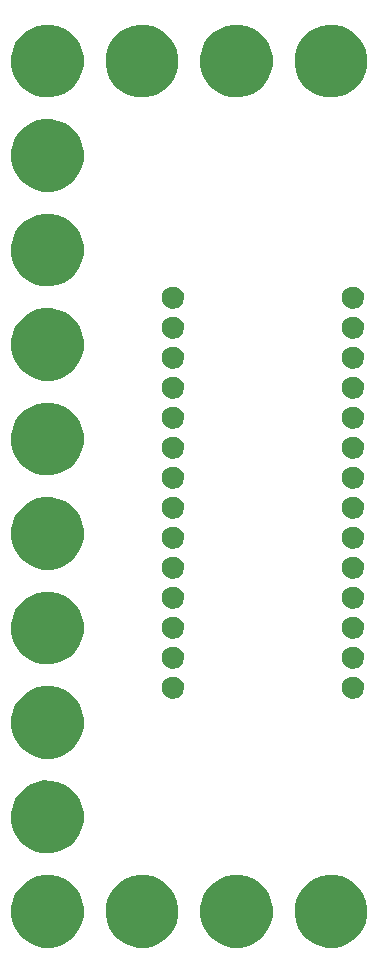
<source format=gbs>
%TF.GenerationSoftware,KiCad,Pcbnew,4.0.5-e0-6337~49~ubuntu16.04.1*%
%TF.CreationDate,2017-01-20T22:37:02-08:00*%
%TF.ProjectId,4x10-Teensy-LC-Breakout,347831302D5465656E73792D4C432D42,1.0*%
%TF.FileFunction,Soldermask,Bot*%
%FSLAX46Y46*%
G04 Gerber Fmt 4.6, Leading zero omitted, Abs format (unit mm)*
G04 Created by KiCad (PCBNEW 4.0.5-e0-6337~49~ubuntu16.04.1) date Fri Jan 20 22:37:02 2017*
%MOMM*%
%LPD*%
G01*
G04 APERTURE LIST*
%ADD10C,0.350000*%
G04 APERTURE END LIST*
D10*
G36*
X154011430Y-139368127D02*
X154602375Y-139489431D01*
X155158518Y-139723212D01*
X155658654Y-140060558D01*
X156083741Y-140488623D01*
X156417586Y-140991101D01*
X156647476Y-141548856D01*
X156764584Y-142140294D01*
X156764584Y-142140304D01*
X156764651Y-142140643D01*
X156755030Y-142829696D01*
X156754953Y-142830034D01*
X156754953Y-142830042D01*
X156621377Y-143417981D01*
X156376005Y-143969096D01*
X156028257Y-144462058D01*
X155591382Y-144878089D01*
X155082020Y-145201341D01*
X154519574Y-145419499D01*
X153925467Y-145524256D01*
X153322323Y-145511622D01*
X152733120Y-145382077D01*
X152180302Y-145140557D01*
X151684927Y-144796262D01*
X151265857Y-144362303D01*
X150939058Y-143855210D01*
X150716976Y-143294294D01*
X150608075Y-142700938D01*
X150616497Y-142097721D01*
X150741926Y-141507627D01*
X150979579Y-140953138D01*
X151320411Y-140455368D01*
X151751432Y-140033280D01*
X152256233Y-139702948D01*
X152815579Y-139476957D01*
X153408165Y-139363916D01*
X154011430Y-139368127D01*
X154011430Y-139368127D01*
G37*
G36*
X146011430Y-139368127D02*
X146602375Y-139489431D01*
X147158518Y-139723212D01*
X147658654Y-140060558D01*
X148083741Y-140488623D01*
X148417586Y-140991101D01*
X148647476Y-141548856D01*
X148764584Y-142140294D01*
X148764584Y-142140304D01*
X148764651Y-142140643D01*
X148755030Y-142829696D01*
X148754953Y-142830034D01*
X148754953Y-142830042D01*
X148621377Y-143417981D01*
X148376005Y-143969096D01*
X148028257Y-144462058D01*
X147591382Y-144878089D01*
X147082020Y-145201341D01*
X146519574Y-145419499D01*
X145925467Y-145524256D01*
X145322323Y-145511622D01*
X144733120Y-145382077D01*
X144180302Y-145140557D01*
X143684927Y-144796262D01*
X143265857Y-144362303D01*
X142939058Y-143855210D01*
X142716976Y-143294294D01*
X142608075Y-142700938D01*
X142616497Y-142097721D01*
X142741926Y-141507627D01*
X142979579Y-140953138D01*
X143320411Y-140455368D01*
X143751432Y-140033280D01*
X144256233Y-139702948D01*
X144815579Y-139476957D01*
X145408165Y-139363916D01*
X146011430Y-139368127D01*
X146011430Y-139368127D01*
G37*
G36*
X138012430Y-139368127D02*
X138603375Y-139489431D01*
X139159518Y-139723212D01*
X139659654Y-140060558D01*
X140084741Y-140488623D01*
X140418586Y-140991101D01*
X140648476Y-141548856D01*
X140765584Y-142140294D01*
X140765584Y-142140304D01*
X140765651Y-142140643D01*
X140756030Y-142829696D01*
X140755953Y-142830034D01*
X140755953Y-142830042D01*
X140622377Y-143417981D01*
X140377005Y-143969096D01*
X140029257Y-144462058D01*
X139592382Y-144878089D01*
X139083020Y-145201341D01*
X138520574Y-145419499D01*
X137926467Y-145524256D01*
X137323323Y-145511622D01*
X136734120Y-145382077D01*
X136181302Y-145140557D01*
X135685927Y-144796262D01*
X135266857Y-144362303D01*
X134940058Y-143855210D01*
X134717976Y-143294294D01*
X134609075Y-142700938D01*
X134617497Y-142097721D01*
X134742926Y-141507627D01*
X134980579Y-140953138D01*
X135321411Y-140455368D01*
X135752432Y-140033280D01*
X136257233Y-139702948D01*
X136816579Y-139476957D01*
X137409165Y-139363916D01*
X138012430Y-139368127D01*
X138012430Y-139368127D01*
G37*
G36*
X162011430Y-139368127D02*
X162602375Y-139489431D01*
X163158518Y-139723212D01*
X163658654Y-140060558D01*
X164083741Y-140488623D01*
X164417586Y-140991101D01*
X164647476Y-141548856D01*
X164764584Y-142140294D01*
X164764584Y-142140304D01*
X164764651Y-142140643D01*
X164755030Y-142829696D01*
X164754953Y-142830034D01*
X164754953Y-142830042D01*
X164621377Y-143417981D01*
X164376005Y-143969096D01*
X164028257Y-144462058D01*
X163591382Y-144878089D01*
X163082020Y-145201341D01*
X162519574Y-145419499D01*
X161925467Y-145524256D01*
X161322323Y-145511622D01*
X160733120Y-145382077D01*
X160180302Y-145140557D01*
X159684927Y-144796262D01*
X159265857Y-144362303D01*
X158939058Y-143855210D01*
X158716976Y-143294294D01*
X158608075Y-142700938D01*
X158616497Y-142097721D01*
X158741926Y-141507627D01*
X158979579Y-140953138D01*
X159320411Y-140455368D01*
X159751432Y-140033280D01*
X160256233Y-139702948D01*
X160815579Y-139476957D01*
X161408165Y-139363916D01*
X162011430Y-139368127D01*
X162011430Y-139368127D01*
G37*
G36*
X138012430Y-131368127D02*
X138603375Y-131489431D01*
X139159518Y-131723212D01*
X139659654Y-132060558D01*
X140084741Y-132488623D01*
X140418586Y-132991101D01*
X140648476Y-133548856D01*
X140765584Y-134140294D01*
X140765584Y-134140304D01*
X140765651Y-134140643D01*
X140756030Y-134829696D01*
X140755953Y-134830034D01*
X140755953Y-134830042D01*
X140622377Y-135417981D01*
X140377005Y-135969096D01*
X140029257Y-136462058D01*
X139592382Y-136878089D01*
X139083020Y-137201341D01*
X138520574Y-137419499D01*
X137926467Y-137524256D01*
X137323323Y-137511622D01*
X136734120Y-137382077D01*
X136181302Y-137140557D01*
X135685927Y-136796262D01*
X135266857Y-136362303D01*
X134940058Y-135855210D01*
X134717976Y-135294294D01*
X134609075Y-134700938D01*
X134617497Y-134097721D01*
X134742926Y-133507627D01*
X134980579Y-132953138D01*
X135321411Y-132455368D01*
X135752432Y-132033280D01*
X136257233Y-131702948D01*
X136816579Y-131476957D01*
X137409165Y-131363916D01*
X138012430Y-131368127D01*
X138012430Y-131368127D01*
G37*
G36*
X138012430Y-123368127D02*
X138603375Y-123489431D01*
X139159518Y-123723212D01*
X139659654Y-124060558D01*
X140084741Y-124488623D01*
X140418586Y-124991101D01*
X140648476Y-125548856D01*
X140765584Y-126140294D01*
X140765584Y-126140304D01*
X140765651Y-126140643D01*
X140756030Y-126829696D01*
X140755953Y-126830034D01*
X140755953Y-126830042D01*
X140622377Y-127417981D01*
X140377005Y-127969096D01*
X140029257Y-128462058D01*
X139592382Y-128878089D01*
X139083020Y-129201341D01*
X138520574Y-129419499D01*
X137926467Y-129524256D01*
X137323323Y-129511622D01*
X136734120Y-129382077D01*
X136181302Y-129140557D01*
X135685927Y-128796262D01*
X135266857Y-128362303D01*
X134940058Y-127855210D01*
X134717976Y-127294294D01*
X134609075Y-126700938D01*
X134617497Y-126097721D01*
X134742926Y-125507627D01*
X134980579Y-124953138D01*
X135321411Y-124455368D01*
X135752432Y-124033280D01*
X136257233Y-123702948D01*
X136816579Y-123476957D01*
X137409165Y-123363916D01*
X138012430Y-123368127D01*
X138012430Y-123368127D01*
G37*
G36*
X148407035Y-122564104D02*
X148587568Y-122601163D01*
X148757478Y-122672586D01*
X148910269Y-122775646D01*
X149040141Y-122906426D01*
X149142130Y-123059933D01*
X149212363Y-123230331D01*
X149248092Y-123410779D01*
X149248092Y-123410784D01*
X149248160Y-123411128D01*
X149245221Y-123621638D01*
X149245144Y-123621976D01*
X149245144Y-123621986D01*
X149204390Y-123801366D01*
X149129428Y-123969732D01*
X149023188Y-124120336D01*
X148889719Y-124247437D01*
X148734104Y-124346194D01*
X148562274Y-124412842D01*
X148380772Y-124444846D01*
X148196506Y-124440986D01*
X148016499Y-124401409D01*
X147847608Y-124327623D01*
X147696270Y-124222440D01*
X147568241Y-124089862D01*
X147468401Y-123934941D01*
X147400552Y-123763573D01*
X147367283Y-123582303D01*
X147369855Y-123398016D01*
X147408176Y-123217736D01*
X147480779Y-123048337D01*
X147584907Y-122896264D01*
X147716586Y-122767313D01*
X147870807Y-122666394D01*
X148041692Y-122597352D01*
X148222729Y-122562818D01*
X148407035Y-122564104D01*
X148407035Y-122564104D01*
G37*
G36*
X163647035Y-122564104D02*
X163827568Y-122601163D01*
X163997478Y-122672586D01*
X164150269Y-122775646D01*
X164280141Y-122906426D01*
X164382130Y-123059933D01*
X164452363Y-123230331D01*
X164488092Y-123410779D01*
X164488092Y-123410784D01*
X164488160Y-123411128D01*
X164485221Y-123621638D01*
X164485144Y-123621976D01*
X164485144Y-123621986D01*
X164444390Y-123801366D01*
X164369428Y-123969732D01*
X164263188Y-124120336D01*
X164129719Y-124247437D01*
X163974104Y-124346194D01*
X163802274Y-124412842D01*
X163620772Y-124444846D01*
X163436506Y-124440986D01*
X163256499Y-124401409D01*
X163087608Y-124327623D01*
X162936270Y-124222440D01*
X162808241Y-124089862D01*
X162708401Y-123934941D01*
X162640552Y-123763573D01*
X162607283Y-123582303D01*
X162609855Y-123398016D01*
X162648176Y-123217736D01*
X162720779Y-123048337D01*
X162824907Y-122896264D01*
X162956586Y-122767313D01*
X163110807Y-122666394D01*
X163281692Y-122597352D01*
X163462729Y-122562818D01*
X163647035Y-122564104D01*
X163647035Y-122564104D01*
G37*
G36*
X148407035Y-120024104D02*
X148587568Y-120061163D01*
X148757478Y-120132586D01*
X148910269Y-120235646D01*
X149040141Y-120366426D01*
X149142130Y-120519933D01*
X149212363Y-120690331D01*
X149248092Y-120870779D01*
X149248092Y-120870784D01*
X149248160Y-120871128D01*
X149245221Y-121081638D01*
X149245144Y-121081976D01*
X149245144Y-121081986D01*
X149204390Y-121261366D01*
X149129428Y-121429732D01*
X149023188Y-121580336D01*
X148889719Y-121707437D01*
X148734104Y-121806194D01*
X148562274Y-121872842D01*
X148380772Y-121904846D01*
X148196506Y-121900986D01*
X148016499Y-121861409D01*
X147847608Y-121787623D01*
X147696270Y-121682440D01*
X147568241Y-121549862D01*
X147468401Y-121394941D01*
X147400552Y-121223573D01*
X147367283Y-121042303D01*
X147369855Y-120858016D01*
X147408176Y-120677736D01*
X147480779Y-120508337D01*
X147584907Y-120356264D01*
X147716586Y-120227313D01*
X147870807Y-120126394D01*
X148041692Y-120057352D01*
X148222729Y-120022818D01*
X148407035Y-120024104D01*
X148407035Y-120024104D01*
G37*
G36*
X163647035Y-120024104D02*
X163827568Y-120061163D01*
X163997478Y-120132586D01*
X164150269Y-120235646D01*
X164280141Y-120366426D01*
X164382130Y-120519933D01*
X164452363Y-120690331D01*
X164488092Y-120870779D01*
X164488092Y-120870784D01*
X164488160Y-120871128D01*
X164485221Y-121081638D01*
X164485144Y-121081976D01*
X164485144Y-121081986D01*
X164444390Y-121261366D01*
X164369428Y-121429732D01*
X164263188Y-121580336D01*
X164129719Y-121707437D01*
X163974104Y-121806194D01*
X163802274Y-121872842D01*
X163620772Y-121904846D01*
X163436506Y-121900986D01*
X163256499Y-121861409D01*
X163087608Y-121787623D01*
X162936270Y-121682440D01*
X162808241Y-121549862D01*
X162708401Y-121394941D01*
X162640552Y-121223573D01*
X162607283Y-121042303D01*
X162609855Y-120858016D01*
X162648176Y-120677736D01*
X162720779Y-120508337D01*
X162824907Y-120356264D01*
X162956586Y-120227313D01*
X163110807Y-120126394D01*
X163281692Y-120057352D01*
X163462729Y-120022818D01*
X163647035Y-120024104D01*
X163647035Y-120024104D01*
G37*
G36*
X138012430Y-115368127D02*
X138603375Y-115489431D01*
X139159518Y-115723212D01*
X139659654Y-116060558D01*
X140084741Y-116488623D01*
X140418586Y-116991101D01*
X140648476Y-117548856D01*
X140765584Y-118140294D01*
X140765584Y-118140304D01*
X140765651Y-118140643D01*
X140756030Y-118829696D01*
X140755953Y-118830034D01*
X140755953Y-118830042D01*
X140622377Y-119417981D01*
X140377005Y-119969096D01*
X140029257Y-120462058D01*
X139592382Y-120878089D01*
X139083020Y-121201341D01*
X138520574Y-121419499D01*
X137926467Y-121524256D01*
X137323323Y-121511622D01*
X136734120Y-121382077D01*
X136181302Y-121140557D01*
X135685927Y-120796262D01*
X135266857Y-120362303D01*
X134940058Y-119855210D01*
X134717976Y-119294294D01*
X134609075Y-118700938D01*
X134617497Y-118097721D01*
X134742926Y-117507627D01*
X134980579Y-116953138D01*
X135321411Y-116455368D01*
X135752432Y-116033280D01*
X136257233Y-115702948D01*
X136816579Y-115476957D01*
X137409165Y-115363916D01*
X138012430Y-115368127D01*
X138012430Y-115368127D01*
G37*
G36*
X163647035Y-117484104D02*
X163827568Y-117521163D01*
X163997478Y-117592586D01*
X164150269Y-117695646D01*
X164280141Y-117826426D01*
X164382130Y-117979933D01*
X164452363Y-118150331D01*
X164488092Y-118330779D01*
X164488092Y-118330784D01*
X164488160Y-118331128D01*
X164485221Y-118541638D01*
X164485144Y-118541976D01*
X164485144Y-118541986D01*
X164444390Y-118721366D01*
X164369428Y-118889732D01*
X164263188Y-119040336D01*
X164129719Y-119167437D01*
X163974104Y-119266194D01*
X163802274Y-119332842D01*
X163620772Y-119364846D01*
X163436506Y-119360986D01*
X163256499Y-119321409D01*
X163087608Y-119247623D01*
X162936270Y-119142440D01*
X162808241Y-119009862D01*
X162708401Y-118854941D01*
X162640552Y-118683573D01*
X162607283Y-118502303D01*
X162609855Y-118318016D01*
X162648176Y-118137736D01*
X162720779Y-117968337D01*
X162824907Y-117816264D01*
X162956586Y-117687313D01*
X163110807Y-117586394D01*
X163281692Y-117517352D01*
X163462729Y-117482818D01*
X163647035Y-117484104D01*
X163647035Y-117484104D01*
G37*
G36*
X148407035Y-117484104D02*
X148587568Y-117521163D01*
X148757478Y-117592586D01*
X148910269Y-117695646D01*
X149040141Y-117826426D01*
X149142130Y-117979933D01*
X149212363Y-118150331D01*
X149248092Y-118330779D01*
X149248092Y-118330784D01*
X149248160Y-118331128D01*
X149245221Y-118541638D01*
X149245144Y-118541976D01*
X149245144Y-118541986D01*
X149204390Y-118721366D01*
X149129428Y-118889732D01*
X149023188Y-119040336D01*
X148889719Y-119167437D01*
X148734104Y-119266194D01*
X148562274Y-119332842D01*
X148380772Y-119364846D01*
X148196506Y-119360986D01*
X148016499Y-119321409D01*
X147847608Y-119247623D01*
X147696270Y-119142440D01*
X147568241Y-119009862D01*
X147468401Y-118854941D01*
X147400552Y-118683573D01*
X147367283Y-118502303D01*
X147369855Y-118318016D01*
X147408176Y-118137736D01*
X147480779Y-117968337D01*
X147584907Y-117816264D01*
X147716586Y-117687313D01*
X147870807Y-117586394D01*
X148041692Y-117517352D01*
X148222729Y-117482818D01*
X148407035Y-117484104D01*
X148407035Y-117484104D01*
G37*
G36*
X148407035Y-114944104D02*
X148587568Y-114981163D01*
X148757478Y-115052586D01*
X148910269Y-115155646D01*
X149040141Y-115286426D01*
X149142130Y-115439933D01*
X149212363Y-115610331D01*
X149248092Y-115790779D01*
X149248092Y-115790784D01*
X149248160Y-115791128D01*
X149245221Y-116001638D01*
X149245144Y-116001976D01*
X149245144Y-116001986D01*
X149204390Y-116181366D01*
X149129428Y-116349732D01*
X149023188Y-116500336D01*
X148889719Y-116627437D01*
X148734104Y-116726194D01*
X148562274Y-116792842D01*
X148380772Y-116824846D01*
X148196506Y-116820986D01*
X148016499Y-116781409D01*
X147847608Y-116707623D01*
X147696270Y-116602440D01*
X147568241Y-116469862D01*
X147468401Y-116314941D01*
X147400552Y-116143573D01*
X147367283Y-115962303D01*
X147369855Y-115778016D01*
X147408176Y-115597736D01*
X147480779Y-115428337D01*
X147584907Y-115276264D01*
X147716586Y-115147313D01*
X147870807Y-115046394D01*
X148041692Y-114977352D01*
X148222729Y-114942818D01*
X148407035Y-114944104D01*
X148407035Y-114944104D01*
G37*
G36*
X163647035Y-114944104D02*
X163827568Y-114981163D01*
X163997478Y-115052586D01*
X164150269Y-115155646D01*
X164280141Y-115286426D01*
X164382130Y-115439933D01*
X164452363Y-115610331D01*
X164488092Y-115790779D01*
X164488092Y-115790784D01*
X164488160Y-115791128D01*
X164485221Y-116001638D01*
X164485144Y-116001976D01*
X164485144Y-116001986D01*
X164444390Y-116181366D01*
X164369428Y-116349732D01*
X164263188Y-116500336D01*
X164129719Y-116627437D01*
X163974104Y-116726194D01*
X163802274Y-116792842D01*
X163620772Y-116824846D01*
X163436506Y-116820986D01*
X163256499Y-116781409D01*
X163087608Y-116707623D01*
X162936270Y-116602440D01*
X162808241Y-116469862D01*
X162708401Y-116314941D01*
X162640552Y-116143573D01*
X162607283Y-115962303D01*
X162609855Y-115778016D01*
X162648176Y-115597736D01*
X162720779Y-115428337D01*
X162824907Y-115276264D01*
X162956586Y-115147313D01*
X163110807Y-115046394D01*
X163281692Y-114977352D01*
X163462729Y-114942818D01*
X163647035Y-114944104D01*
X163647035Y-114944104D01*
G37*
G36*
X148407035Y-112404104D02*
X148587568Y-112441163D01*
X148757478Y-112512586D01*
X148910269Y-112615646D01*
X149040141Y-112746426D01*
X149142130Y-112899933D01*
X149212363Y-113070331D01*
X149248092Y-113250779D01*
X149248092Y-113250784D01*
X149248160Y-113251128D01*
X149245221Y-113461638D01*
X149245144Y-113461976D01*
X149245144Y-113461986D01*
X149204390Y-113641366D01*
X149129428Y-113809732D01*
X149023188Y-113960336D01*
X148889719Y-114087437D01*
X148734104Y-114186194D01*
X148562274Y-114252842D01*
X148380772Y-114284846D01*
X148196506Y-114280986D01*
X148016499Y-114241409D01*
X147847608Y-114167623D01*
X147696270Y-114062440D01*
X147568241Y-113929862D01*
X147468401Y-113774941D01*
X147400552Y-113603573D01*
X147367283Y-113422303D01*
X147369855Y-113238016D01*
X147408176Y-113057736D01*
X147480779Y-112888337D01*
X147584907Y-112736264D01*
X147716586Y-112607313D01*
X147870807Y-112506394D01*
X148041692Y-112437352D01*
X148222729Y-112402818D01*
X148407035Y-112404104D01*
X148407035Y-112404104D01*
G37*
G36*
X163647035Y-112404104D02*
X163827568Y-112441163D01*
X163997478Y-112512586D01*
X164150269Y-112615646D01*
X164280141Y-112746426D01*
X164382130Y-112899933D01*
X164452363Y-113070331D01*
X164488092Y-113250779D01*
X164488092Y-113250784D01*
X164488160Y-113251128D01*
X164485221Y-113461638D01*
X164485144Y-113461976D01*
X164485144Y-113461986D01*
X164444390Y-113641366D01*
X164369428Y-113809732D01*
X164263188Y-113960336D01*
X164129719Y-114087437D01*
X163974104Y-114186194D01*
X163802274Y-114252842D01*
X163620772Y-114284846D01*
X163436506Y-114280986D01*
X163256499Y-114241409D01*
X163087608Y-114167623D01*
X162936270Y-114062440D01*
X162808241Y-113929862D01*
X162708401Y-113774941D01*
X162640552Y-113603573D01*
X162607283Y-113422303D01*
X162609855Y-113238016D01*
X162648176Y-113057736D01*
X162720779Y-112888337D01*
X162824907Y-112736264D01*
X162956586Y-112607313D01*
X163110807Y-112506394D01*
X163281692Y-112437352D01*
X163462729Y-112402818D01*
X163647035Y-112404104D01*
X163647035Y-112404104D01*
G37*
G36*
X138012430Y-107368127D02*
X138603375Y-107489431D01*
X139159518Y-107723212D01*
X139659654Y-108060558D01*
X140084741Y-108488623D01*
X140418586Y-108991101D01*
X140648476Y-109548856D01*
X140765584Y-110140294D01*
X140765584Y-110140304D01*
X140765651Y-110140643D01*
X140756030Y-110829696D01*
X140755953Y-110830034D01*
X140755953Y-110830042D01*
X140622377Y-111417981D01*
X140377005Y-111969096D01*
X140029257Y-112462058D01*
X139592382Y-112878089D01*
X139083020Y-113201341D01*
X138520574Y-113419499D01*
X137926467Y-113524256D01*
X137323323Y-113511622D01*
X136734120Y-113382077D01*
X136181302Y-113140557D01*
X135685927Y-112796262D01*
X135266857Y-112362303D01*
X134940058Y-111855210D01*
X134717976Y-111294294D01*
X134609075Y-110700938D01*
X134617497Y-110097721D01*
X134742926Y-109507627D01*
X134980579Y-108953138D01*
X135321411Y-108455368D01*
X135752432Y-108033280D01*
X136257233Y-107702948D01*
X136816579Y-107476957D01*
X137409165Y-107363916D01*
X138012430Y-107368127D01*
X138012430Y-107368127D01*
G37*
G36*
X148407035Y-109864104D02*
X148587568Y-109901163D01*
X148757478Y-109972586D01*
X148910269Y-110075646D01*
X149040141Y-110206426D01*
X149142130Y-110359933D01*
X149212363Y-110530331D01*
X149248092Y-110710779D01*
X149248092Y-110710784D01*
X149248160Y-110711128D01*
X149245221Y-110921638D01*
X149245144Y-110921976D01*
X149245144Y-110921986D01*
X149204390Y-111101366D01*
X149129428Y-111269732D01*
X149023188Y-111420336D01*
X148889719Y-111547437D01*
X148734104Y-111646194D01*
X148562274Y-111712842D01*
X148380772Y-111744846D01*
X148196506Y-111740986D01*
X148016499Y-111701409D01*
X147847608Y-111627623D01*
X147696270Y-111522440D01*
X147568241Y-111389862D01*
X147468401Y-111234941D01*
X147400552Y-111063573D01*
X147367283Y-110882303D01*
X147369855Y-110698016D01*
X147408176Y-110517736D01*
X147480779Y-110348337D01*
X147584907Y-110196264D01*
X147716586Y-110067313D01*
X147870807Y-109966394D01*
X148041692Y-109897352D01*
X148222729Y-109862818D01*
X148407035Y-109864104D01*
X148407035Y-109864104D01*
G37*
G36*
X163647035Y-109864104D02*
X163827568Y-109901163D01*
X163997478Y-109972586D01*
X164150269Y-110075646D01*
X164280141Y-110206426D01*
X164382130Y-110359933D01*
X164452363Y-110530331D01*
X164488092Y-110710779D01*
X164488092Y-110710784D01*
X164488160Y-110711128D01*
X164485221Y-110921638D01*
X164485144Y-110921976D01*
X164485144Y-110921986D01*
X164444390Y-111101366D01*
X164369428Y-111269732D01*
X164263188Y-111420336D01*
X164129719Y-111547437D01*
X163974104Y-111646194D01*
X163802274Y-111712842D01*
X163620772Y-111744846D01*
X163436506Y-111740986D01*
X163256499Y-111701409D01*
X163087608Y-111627623D01*
X162936270Y-111522440D01*
X162808241Y-111389862D01*
X162708401Y-111234941D01*
X162640552Y-111063573D01*
X162607283Y-110882303D01*
X162609855Y-110698016D01*
X162648176Y-110517736D01*
X162720779Y-110348337D01*
X162824907Y-110196264D01*
X162956586Y-110067313D01*
X163110807Y-109966394D01*
X163281692Y-109897352D01*
X163462729Y-109862818D01*
X163647035Y-109864104D01*
X163647035Y-109864104D01*
G37*
G36*
X148407035Y-107324104D02*
X148587568Y-107361163D01*
X148757478Y-107432586D01*
X148910269Y-107535646D01*
X149040141Y-107666426D01*
X149142130Y-107819933D01*
X149212363Y-107990331D01*
X149248092Y-108170779D01*
X149248092Y-108170784D01*
X149248160Y-108171128D01*
X149245221Y-108381638D01*
X149245144Y-108381976D01*
X149245144Y-108381986D01*
X149204390Y-108561366D01*
X149129428Y-108729732D01*
X149023188Y-108880336D01*
X148889719Y-109007437D01*
X148734104Y-109106194D01*
X148562274Y-109172842D01*
X148380772Y-109204846D01*
X148196506Y-109200986D01*
X148016499Y-109161409D01*
X147847608Y-109087623D01*
X147696270Y-108982440D01*
X147568241Y-108849862D01*
X147468401Y-108694941D01*
X147400552Y-108523573D01*
X147367283Y-108342303D01*
X147369855Y-108158016D01*
X147408176Y-107977736D01*
X147480779Y-107808337D01*
X147584907Y-107656264D01*
X147716586Y-107527313D01*
X147870807Y-107426394D01*
X148041692Y-107357352D01*
X148222729Y-107322818D01*
X148407035Y-107324104D01*
X148407035Y-107324104D01*
G37*
G36*
X163647035Y-107324104D02*
X163827568Y-107361163D01*
X163997478Y-107432586D01*
X164150269Y-107535646D01*
X164280141Y-107666426D01*
X164382130Y-107819933D01*
X164452363Y-107990331D01*
X164488092Y-108170779D01*
X164488092Y-108170784D01*
X164488160Y-108171128D01*
X164485221Y-108381638D01*
X164485144Y-108381976D01*
X164485144Y-108381986D01*
X164444390Y-108561366D01*
X164369428Y-108729732D01*
X164263188Y-108880336D01*
X164129719Y-109007437D01*
X163974104Y-109106194D01*
X163802274Y-109172842D01*
X163620772Y-109204846D01*
X163436506Y-109200986D01*
X163256499Y-109161409D01*
X163087608Y-109087623D01*
X162936270Y-108982440D01*
X162808241Y-108849862D01*
X162708401Y-108694941D01*
X162640552Y-108523573D01*
X162607283Y-108342303D01*
X162609855Y-108158016D01*
X162648176Y-107977736D01*
X162720779Y-107808337D01*
X162824907Y-107656264D01*
X162956586Y-107527313D01*
X163110807Y-107426394D01*
X163281692Y-107357352D01*
X163462729Y-107322818D01*
X163647035Y-107324104D01*
X163647035Y-107324104D01*
G37*
G36*
X163647035Y-104784104D02*
X163827568Y-104821163D01*
X163997478Y-104892586D01*
X164150269Y-104995646D01*
X164280141Y-105126426D01*
X164382130Y-105279933D01*
X164452363Y-105450331D01*
X164488092Y-105630779D01*
X164488092Y-105630784D01*
X164488160Y-105631128D01*
X164485221Y-105841638D01*
X164485144Y-105841976D01*
X164485144Y-105841986D01*
X164444390Y-106021366D01*
X164369428Y-106189732D01*
X164263188Y-106340336D01*
X164129719Y-106467437D01*
X163974104Y-106566194D01*
X163802274Y-106632842D01*
X163620772Y-106664846D01*
X163436506Y-106660986D01*
X163256499Y-106621409D01*
X163087608Y-106547623D01*
X162936270Y-106442440D01*
X162808241Y-106309862D01*
X162708401Y-106154941D01*
X162640552Y-105983573D01*
X162607283Y-105802303D01*
X162609855Y-105618016D01*
X162648176Y-105437736D01*
X162720779Y-105268337D01*
X162824907Y-105116264D01*
X162956586Y-104987313D01*
X163110807Y-104886394D01*
X163281692Y-104817352D01*
X163462729Y-104782818D01*
X163647035Y-104784104D01*
X163647035Y-104784104D01*
G37*
G36*
X148407035Y-104784104D02*
X148587568Y-104821163D01*
X148757478Y-104892586D01*
X148910269Y-104995646D01*
X149040141Y-105126426D01*
X149142130Y-105279933D01*
X149212363Y-105450331D01*
X149248092Y-105630779D01*
X149248092Y-105630784D01*
X149248160Y-105631128D01*
X149245221Y-105841638D01*
X149245144Y-105841976D01*
X149245144Y-105841986D01*
X149204390Y-106021366D01*
X149129428Y-106189732D01*
X149023188Y-106340336D01*
X148889719Y-106467437D01*
X148734104Y-106566194D01*
X148562274Y-106632842D01*
X148380772Y-106664846D01*
X148196506Y-106660986D01*
X148016499Y-106621409D01*
X147847608Y-106547623D01*
X147696270Y-106442440D01*
X147568241Y-106309862D01*
X147468401Y-106154941D01*
X147400552Y-105983573D01*
X147367283Y-105802303D01*
X147369855Y-105618016D01*
X147408176Y-105437736D01*
X147480779Y-105268337D01*
X147584907Y-105116264D01*
X147716586Y-104987313D01*
X147870807Y-104886394D01*
X148041692Y-104817352D01*
X148222729Y-104782818D01*
X148407035Y-104784104D01*
X148407035Y-104784104D01*
G37*
G36*
X138011430Y-99368127D02*
X138602375Y-99489431D01*
X139158518Y-99723212D01*
X139658654Y-100060558D01*
X140083741Y-100488623D01*
X140417586Y-100991101D01*
X140647476Y-101548856D01*
X140764584Y-102140294D01*
X140764584Y-102140304D01*
X140764651Y-102140643D01*
X140755030Y-102829696D01*
X140754953Y-102830034D01*
X140754953Y-102830042D01*
X140621377Y-103417981D01*
X140376005Y-103969096D01*
X140028257Y-104462058D01*
X139591382Y-104878089D01*
X139082020Y-105201341D01*
X138519574Y-105419499D01*
X137925467Y-105524256D01*
X137322323Y-105511622D01*
X136733120Y-105382077D01*
X136180302Y-105140557D01*
X135684927Y-104796262D01*
X135265857Y-104362303D01*
X134939058Y-103855210D01*
X134716976Y-103294294D01*
X134608075Y-102700938D01*
X134616497Y-102097721D01*
X134741926Y-101507627D01*
X134979579Y-100953138D01*
X135320411Y-100455368D01*
X135751432Y-100033280D01*
X136256233Y-99702948D01*
X136815579Y-99476957D01*
X137408165Y-99363916D01*
X138011430Y-99368127D01*
X138011430Y-99368127D01*
G37*
G36*
X148407035Y-102244104D02*
X148587568Y-102281163D01*
X148757478Y-102352586D01*
X148910269Y-102455646D01*
X149040141Y-102586426D01*
X149142130Y-102739933D01*
X149212363Y-102910331D01*
X149248092Y-103090779D01*
X149248092Y-103090784D01*
X149248160Y-103091128D01*
X149245221Y-103301638D01*
X149245144Y-103301976D01*
X149245144Y-103301986D01*
X149204390Y-103481366D01*
X149129428Y-103649732D01*
X149023188Y-103800336D01*
X148889719Y-103927437D01*
X148734104Y-104026194D01*
X148562274Y-104092842D01*
X148380772Y-104124846D01*
X148196506Y-104120986D01*
X148016499Y-104081409D01*
X147847608Y-104007623D01*
X147696270Y-103902440D01*
X147568241Y-103769862D01*
X147468401Y-103614941D01*
X147400552Y-103443573D01*
X147367283Y-103262303D01*
X147369855Y-103078016D01*
X147408176Y-102897736D01*
X147480779Y-102728337D01*
X147584907Y-102576264D01*
X147716586Y-102447313D01*
X147870807Y-102346394D01*
X148041692Y-102277352D01*
X148222729Y-102242818D01*
X148407035Y-102244104D01*
X148407035Y-102244104D01*
G37*
G36*
X163647035Y-102244104D02*
X163827568Y-102281163D01*
X163997478Y-102352586D01*
X164150269Y-102455646D01*
X164280141Y-102586426D01*
X164382130Y-102739933D01*
X164452363Y-102910331D01*
X164488092Y-103090779D01*
X164488092Y-103090784D01*
X164488160Y-103091128D01*
X164485221Y-103301638D01*
X164485144Y-103301976D01*
X164485144Y-103301986D01*
X164444390Y-103481366D01*
X164369428Y-103649732D01*
X164263188Y-103800336D01*
X164129719Y-103927437D01*
X163974104Y-104026194D01*
X163802274Y-104092842D01*
X163620772Y-104124846D01*
X163436506Y-104120986D01*
X163256499Y-104081409D01*
X163087608Y-104007623D01*
X162936270Y-103902440D01*
X162808241Y-103769862D01*
X162708401Y-103614941D01*
X162640552Y-103443573D01*
X162607283Y-103262303D01*
X162609855Y-103078016D01*
X162648176Y-102897736D01*
X162720779Y-102728337D01*
X162824907Y-102576264D01*
X162956586Y-102447313D01*
X163110807Y-102346394D01*
X163281692Y-102277352D01*
X163462729Y-102242818D01*
X163647035Y-102244104D01*
X163647035Y-102244104D01*
G37*
G36*
X148407035Y-99704104D02*
X148587568Y-99741163D01*
X148757478Y-99812586D01*
X148910269Y-99915646D01*
X149040141Y-100046426D01*
X149142130Y-100199933D01*
X149212363Y-100370331D01*
X149248092Y-100550779D01*
X149248092Y-100550784D01*
X149248160Y-100551128D01*
X149245221Y-100761638D01*
X149245144Y-100761976D01*
X149245144Y-100761986D01*
X149204390Y-100941366D01*
X149129428Y-101109732D01*
X149023188Y-101260336D01*
X148889719Y-101387437D01*
X148734104Y-101486194D01*
X148562274Y-101552842D01*
X148380772Y-101584846D01*
X148196506Y-101580986D01*
X148016499Y-101541409D01*
X147847608Y-101467623D01*
X147696270Y-101362440D01*
X147568241Y-101229862D01*
X147468401Y-101074941D01*
X147400552Y-100903573D01*
X147367283Y-100722303D01*
X147369855Y-100538016D01*
X147408176Y-100357736D01*
X147480779Y-100188337D01*
X147584907Y-100036264D01*
X147716586Y-99907313D01*
X147870807Y-99806394D01*
X148041692Y-99737352D01*
X148222729Y-99702818D01*
X148407035Y-99704104D01*
X148407035Y-99704104D01*
G37*
G36*
X163647035Y-99704104D02*
X163827568Y-99741163D01*
X163997478Y-99812586D01*
X164150269Y-99915646D01*
X164280141Y-100046426D01*
X164382130Y-100199933D01*
X164452363Y-100370331D01*
X164488092Y-100550779D01*
X164488092Y-100550784D01*
X164488160Y-100551128D01*
X164485221Y-100761638D01*
X164485144Y-100761976D01*
X164485144Y-100761986D01*
X164444390Y-100941366D01*
X164369428Y-101109732D01*
X164263188Y-101260336D01*
X164129719Y-101387437D01*
X163974104Y-101486194D01*
X163802274Y-101552842D01*
X163620772Y-101584846D01*
X163436506Y-101580986D01*
X163256499Y-101541409D01*
X163087608Y-101467623D01*
X162936270Y-101362440D01*
X162808241Y-101229862D01*
X162708401Y-101074941D01*
X162640552Y-100903573D01*
X162607283Y-100722303D01*
X162609855Y-100538016D01*
X162648176Y-100357736D01*
X162720779Y-100188337D01*
X162824907Y-100036264D01*
X162956586Y-99907313D01*
X163110807Y-99806394D01*
X163281692Y-99737352D01*
X163462729Y-99702818D01*
X163647035Y-99704104D01*
X163647035Y-99704104D01*
G37*
G36*
X148407035Y-97164104D02*
X148587568Y-97201163D01*
X148757478Y-97272586D01*
X148910269Y-97375646D01*
X149040141Y-97506426D01*
X149142130Y-97659933D01*
X149212363Y-97830331D01*
X149248092Y-98010779D01*
X149248092Y-98010784D01*
X149248160Y-98011128D01*
X149245221Y-98221638D01*
X149245144Y-98221976D01*
X149245144Y-98221986D01*
X149204390Y-98401366D01*
X149129428Y-98569732D01*
X149023188Y-98720336D01*
X148889719Y-98847437D01*
X148734104Y-98946194D01*
X148562274Y-99012842D01*
X148380772Y-99044846D01*
X148196506Y-99040986D01*
X148016499Y-99001409D01*
X147847608Y-98927623D01*
X147696270Y-98822440D01*
X147568241Y-98689862D01*
X147468401Y-98534941D01*
X147400552Y-98363573D01*
X147367283Y-98182303D01*
X147369855Y-97998016D01*
X147408176Y-97817736D01*
X147480779Y-97648337D01*
X147584907Y-97496264D01*
X147716586Y-97367313D01*
X147870807Y-97266394D01*
X148041692Y-97197352D01*
X148222729Y-97162818D01*
X148407035Y-97164104D01*
X148407035Y-97164104D01*
G37*
G36*
X163647035Y-97164104D02*
X163827568Y-97201163D01*
X163997478Y-97272586D01*
X164150269Y-97375646D01*
X164280141Y-97506426D01*
X164382130Y-97659933D01*
X164452363Y-97830331D01*
X164488092Y-98010779D01*
X164488092Y-98010784D01*
X164488160Y-98011128D01*
X164485221Y-98221638D01*
X164485144Y-98221976D01*
X164485144Y-98221986D01*
X164444390Y-98401366D01*
X164369428Y-98569732D01*
X164263188Y-98720336D01*
X164129719Y-98847437D01*
X163974104Y-98946194D01*
X163802274Y-99012842D01*
X163620772Y-99044846D01*
X163436506Y-99040986D01*
X163256499Y-99001409D01*
X163087608Y-98927623D01*
X162936270Y-98822440D01*
X162808241Y-98689862D01*
X162708401Y-98534941D01*
X162640552Y-98363573D01*
X162607283Y-98182303D01*
X162609855Y-97998016D01*
X162648176Y-97817736D01*
X162720779Y-97648337D01*
X162824907Y-97496264D01*
X162956586Y-97367313D01*
X163110807Y-97266394D01*
X163281692Y-97197352D01*
X163462729Y-97162818D01*
X163647035Y-97164104D01*
X163647035Y-97164104D01*
G37*
G36*
X138012430Y-91368127D02*
X138603375Y-91489431D01*
X139159518Y-91723212D01*
X139659654Y-92060558D01*
X140084741Y-92488623D01*
X140418586Y-92991101D01*
X140648476Y-93548856D01*
X140765584Y-94140294D01*
X140765584Y-94140304D01*
X140765651Y-94140643D01*
X140756030Y-94829696D01*
X140755953Y-94830035D01*
X140755953Y-94830040D01*
X140622377Y-95417981D01*
X140377005Y-95969096D01*
X140029257Y-96462058D01*
X139592382Y-96878089D01*
X139083020Y-97201341D01*
X138520574Y-97419499D01*
X137926467Y-97524256D01*
X137323323Y-97511622D01*
X136734120Y-97382077D01*
X136181302Y-97140557D01*
X135685927Y-96796262D01*
X135266857Y-96362303D01*
X134940058Y-95855210D01*
X134717976Y-95294294D01*
X134609075Y-94700938D01*
X134617497Y-94097721D01*
X134742926Y-93507627D01*
X134980579Y-92953138D01*
X135321411Y-92455368D01*
X135752432Y-92033280D01*
X136257233Y-91702948D01*
X136816579Y-91476957D01*
X137409165Y-91363916D01*
X138012430Y-91368127D01*
X138012430Y-91368127D01*
G37*
G36*
X163647035Y-94624104D02*
X163827568Y-94661163D01*
X163997478Y-94732586D01*
X164150269Y-94835646D01*
X164280141Y-94966426D01*
X164382130Y-95119933D01*
X164452363Y-95290331D01*
X164488092Y-95470779D01*
X164488092Y-95470784D01*
X164488160Y-95471128D01*
X164485221Y-95681638D01*
X164485144Y-95681976D01*
X164485144Y-95681986D01*
X164444390Y-95861366D01*
X164369428Y-96029732D01*
X164263188Y-96180336D01*
X164129719Y-96307437D01*
X163974104Y-96406194D01*
X163802274Y-96472842D01*
X163620772Y-96504846D01*
X163436506Y-96500986D01*
X163256499Y-96461409D01*
X163087608Y-96387623D01*
X162936270Y-96282440D01*
X162808241Y-96149862D01*
X162708401Y-95994941D01*
X162640552Y-95823573D01*
X162607283Y-95642303D01*
X162609855Y-95458016D01*
X162648176Y-95277736D01*
X162720779Y-95108337D01*
X162824907Y-94956264D01*
X162956586Y-94827313D01*
X163110807Y-94726394D01*
X163281692Y-94657352D01*
X163462729Y-94622818D01*
X163647035Y-94624104D01*
X163647035Y-94624104D01*
G37*
G36*
X148407035Y-94624104D02*
X148587568Y-94661163D01*
X148757478Y-94732586D01*
X148910269Y-94835646D01*
X149040141Y-94966426D01*
X149142130Y-95119933D01*
X149212363Y-95290331D01*
X149248092Y-95470779D01*
X149248092Y-95470784D01*
X149248160Y-95471128D01*
X149245221Y-95681638D01*
X149245144Y-95681976D01*
X149245144Y-95681986D01*
X149204390Y-95861366D01*
X149129428Y-96029732D01*
X149023188Y-96180336D01*
X148889719Y-96307437D01*
X148734104Y-96406194D01*
X148562274Y-96472842D01*
X148380772Y-96504846D01*
X148196506Y-96500986D01*
X148016499Y-96461409D01*
X147847608Y-96387623D01*
X147696270Y-96282440D01*
X147568241Y-96149862D01*
X147468401Y-95994941D01*
X147400552Y-95823573D01*
X147367283Y-95642303D01*
X147369855Y-95458016D01*
X147408176Y-95277736D01*
X147480779Y-95108337D01*
X147584907Y-94956264D01*
X147716586Y-94827313D01*
X147870807Y-94726394D01*
X148041692Y-94657352D01*
X148222729Y-94622818D01*
X148407035Y-94624104D01*
X148407035Y-94624104D01*
G37*
G36*
X163647035Y-92084104D02*
X163827568Y-92121163D01*
X163997478Y-92192586D01*
X164150269Y-92295646D01*
X164280141Y-92426426D01*
X164382130Y-92579933D01*
X164452363Y-92750331D01*
X164488092Y-92930779D01*
X164488092Y-92930784D01*
X164488160Y-92931128D01*
X164485221Y-93141638D01*
X164485144Y-93141976D01*
X164485144Y-93141986D01*
X164444390Y-93321366D01*
X164369428Y-93489732D01*
X164263188Y-93640336D01*
X164129719Y-93767437D01*
X163974104Y-93866194D01*
X163802274Y-93932842D01*
X163620772Y-93964846D01*
X163436506Y-93960986D01*
X163256499Y-93921409D01*
X163087608Y-93847623D01*
X162936270Y-93742440D01*
X162808241Y-93609862D01*
X162708401Y-93454941D01*
X162640552Y-93283573D01*
X162607283Y-93102303D01*
X162609855Y-92918016D01*
X162648176Y-92737736D01*
X162720779Y-92568337D01*
X162824907Y-92416264D01*
X162956586Y-92287313D01*
X163110807Y-92186394D01*
X163281692Y-92117352D01*
X163462729Y-92082818D01*
X163647035Y-92084104D01*
X163647035Y-92084104D01*
G37*
G36*
X148407035Y-92084104D02*
X148587568Y-92121163D01*
X148757478Y-92192586D01*
X148910269Y-92295646D01*
X149040141Y-92426426D01*
X149142130Y-92579933D01*
X149212363Y-92750331D01*
X149248092Y-92930779D01*
X149248092Y-92930784D01*
X149248160Y-92931128D01*
X149245221Y-93141638D01*
X149245144Y-93141976D01*
X149245144Y-93141986D01*
X149204390Y-93321366D01*
X149129428Y-93489732D01*
X149023188Y-93640336D01*
X148889719Y-93767437D01*
X148734104Y-93866194D01*
X148562274Y-93932842D01*
X148380772Y-93964846D01*
X148196506Y-93960986D01*
X148016499Y-93921409D01*
X147847608Y-93847623D01*
X147696270Y-93742440D01*
X147568241Y-93609862D01*
X147468401Y-93454941D01*
X147400552Y-93283573D01*
X147367283Y-93102303D01*
X147369855Y-92918016D01*
X147408176Y-92737736D01*
X147480779Y-92568337D01*
X147584907Y-92416264D01*
X147716586Y-92287313D01*
X147870807Y-92186394D01*
X148041692Y-92117352D01*
X148222729Y-92082818D01*
X148407035Y-92084104D01*
X148407035Y-92084104D01*
G37*
G36*
X148407035Y-89544104D02*
X148587568Y-89581163D01*
X148757478Y-89652586D01*
X148910269Y-89755646D01*
X149040141Y-89886426D01*
X149142130Y-90039933D01*
X149212363Y-90210331D01*
X149248092Y-90390779D01*
X149248092Y-90390784D01*
X149248160Y-90391128D01*
X149245221Y-90601638D01*
X149245144Y-90601976D01*
X149245144Y-90601986D01*
X149204390Y-90781366D01*
X149129428Y-90949732D01*
X149023188Y-91100336D01*
X148889719Y-91227437D01*
X148734104Y-91326194D01*
X148562274Y-91392842D01*
X148380772Y-91424846D01*
X148196506Y-91420986D01*
X148016499Y-91381409D01*
X147847608Y-91307623D01*
X147696270Y-91202440D01*
X147568241Y-91069862D01*
X147468401Y-90914941D01*
X147400552Y-90743573D01*
X147367283Y-90562303D01*
X147369855Y-90378016D01*
X147408176Y-90197736D01*
X147480779Y-90028337D01*
X147584907Y-89876264D01*
X147716586Y-89747313D01*
X147870807Y-89646394D01*
X148041692Y-89577352D01*
X148222729Y-89542818D01*
X148407035Y-89544104D01*
X148407035Y-89544104D01*
G37*
G36*
X163647035Y-89544104D02*
X163827568Y-89581163D01*
X163997478Y-89652586D01*
X164150269Y-89755646D01*
X164280141Y-89886426D01*
X164382130Y-90039933D01*
X164452363Y-90210331D01*
X164488092Y-90390779D01*
X164488092Y-90390784D01*
X164488160Y-90391128D01*
X164485221Y-90601638D01*
X164485144Y-90601976D01*
X164485144Y-90601986D01*
X164444390Y-90781366D01*
X164369428Y-90949732D01*
X164263188Y-91100336D01*
X164129719Y-91227437D01*
X163974104Y-91326194D01*
X163802274Y-91392842D01*
X163620772Y-91424846D01*
X163436506Y-91420986D01*
X163256499Y-91381409D01*
X163087608Y-91307623D01*
X162936270Y-91202440D01*
X162808241Y-91069862D01*
X162708401Y-90914941D01*
X162640552Y-90743573D01*
X162607283Y-90562303D01*
X162609855Y-90378016D01*
X162648176Y-90197736D01*
X162720779Y-90028337D01*
X162824907Y-89876264D01*
X162956586Y-89747313D01*
X163110807Y-89646394D01*
X163281692Y-89577352D01*
X163462729Y-89542818D01*
X163647035Y-89544104D01*
X163647035Y-89544104D01*
G37*
G36*
X138011430Y-83368127D02*
X138602375Y-83489431D01*
X139158518Y-83723212D01*
X139658654Y-84060558D01*
X140083741Y-84488623D01*
X140417586Y-84991101D01*
X140647476Y-85548856D01*
X140764584Y-86140294D01*
X140764584Y-86140304D01*
X140764651Y-86140643D01*
X140755030Y-86829696D01*
X140754953Y-86830034D01*
X140754953Y-86830042D01*
X140621377Y-87417981D01*
X140376005Y-87969096D01*
X140028257Y-88462058D01*
X139591382Y-88878089D01*
X139082020Y-89201341D01*
X138519574Y-89419499D01*
X137925467Y-89524256D01*
X137322323Y-89511622D01*
X136733120Y-89382077D01*
X136180302Y-89140557D01*
X135684927Y-88796262D01*
X135265857Y-88362303D01*
X134939058Y-87855210D01*
X134716976Y-87294294D01*
X134608075Y-86700938D01*
X134616497Y-86097721D01*
X134741926Y-85507627D01*
X134979579Y-84953138D01*
X135320411Y-84455368D01*
X135751432Y-84033280D01*
X136256233Y-83702948D01*
X136815579Y-83476957D01*
X137408165Y-83363916D01*
X138011430Y-83368127D01*
X138011430Y-83368127D01*
G37*
G36*
X138011430Y-75368127D02*
X138602375Y-75489431D01*
X139158518Y-75723212D01*
X139658654Y-76060558D01*
X140083741Y-76488623D01*
X140417586Y-76991101D01*
X140647476Y-77548856D01*
X140764584Y-78140294D01*
X140764584Y-78140304D01*
X140764651Y-78140643D01*
X140755030Y-78829696D01*
X140754953Y-78830034D01*
X140754953Y-78830042D01*
X140621377Y-79417981D01*
X140376005Y-79969096D01*
X140028257Y-80462058D01*
X139591382Y-80878089D01*
X139082020Y-81201341D01*
X138519574Y-81419499D01*
X137925467Y-81524256D01*
X137322323Y-81511622D01*
X136733120Y-81382077D01*
X136180302Y-81140557D01*
X135684927Y-80796262D01*
X135265857Y-80362303D01*
X134939058Y-79855210D01*
X134716976Y-79294294D01*
X134608075Y-78700938D01*
X134616497Y-78097721D01*
X134741926Y-77507627D01*
X134979579Y-76953138D01*
X135320411Y-76455368D01*
X135751432Y-76033280D01*
X136256233Y-75702948D01*
X136815579Y-75476957D01*
X137408165Y-75363916D01*
X138011430Y-75368127D01*
X138011430Y-75368127D01*
G37*
G36*
X154011430Y-67368127D02*
X154602375Y-67489431D01*
X155158518Y-67723212D01*
X155658654Y-68060558D01*
X156083741Y-68488623D01*
X156417586Y-68991101D01*
X156647476Y-69548856D01*
X156764584Y-70140294D01*
X156764584Y-70140304D01*
X156764651Y-70140643D01*
X156755030Y-70829696D01*
X156754953Y-70830034D01*
X156754953Y-70830042D01*
X156621377Y-71417981D01*
X156376005Y-71969096D01*
X156028257Y-72462058D01*
X155591382Y-72878089D01*
X155082020Y-73201341D01*
X154519574Y-73419499D01*
X153925467Y-73524256D01*
X153322323Y-73511622D01*
X152733120Y-73382077D01*
X152180302Y-73140557D01*
X151684927Y-72796262D01*
X151265857Y-72362303D01*
X150939058Y-71855210D01*
X150716976Y-71294294D01*
X150608075Y-70700938D01*
X150616497Y-70097721D01*
X150741926Y-69507627D01*
X150979579Y-68953138D01*
X151320411Y-68455368D01*
X151751432Y-68033280D01*
X152256233Y-67702948D01*
X152815579Y-67476957D01*
X153408165Y-67363916D01*
X154011430Y-67368127D01*
X154011430Y-67368127D01*
G37*
G36*
X162011430Y-67368127D02*
X162602375Y-67489431D01*
X163158518Y-67723212D01*
X163658654Y-68060558D01*
X164083741Y-68488623D01*
X164417586Y-68991101D01*
X164647476Y-69548856D01*
X164764584Y-70140294D01*
X164764584Y-70140304D01*
X164764651Y-70140643D01*
X164755030Y-70829696D01*
X164754953Y-70830034D01*
X164754953Y-70830042D01*
X164621377Y-71417981D01*
X164376005Y-71969096D01*
X164028257Y-72462058D01*
X163591382Y-72878089D01*
X163082020Y-73201341D01*
X162519574Y-73419499D01*
X161925467Y-73524256D01*
X161322323Y-73511622D01*
X160733120Y-73382077D01*
X160180302Y-73140557D01*
X159684927Y-72796262D01*
X159265857Y-72362303D01*
X158939058Y-71855210D01*
X158716976Y-71294294D01*
X158608075Y-70700938D01*
X158616497Y-70097721D01*
X158741926Y-69507627D01*
X158979579Y-68953138D01*
X159320411Y-68455368D01*
X159751432Y-68033280D01*
X160256233Y-67702948D01*
X160815579Y-67476957D01*
X161408165Y-67363916D01*
X162011430Y-67368127D01*
X162011430Y-67368127D01*
G37*
G36*
X146011430Y-67368127D02*
X146602375Y-67489431D01*
X147158518Y-67723212D01*
X147658654Y-68060558D01*
X148083741Y-68488623D01*
X148417586Y-68991101D01*
X148647476Y-69548856D01*
X148764584Y-70140294D01*
X148764584Y-70140304D01*
X148764651Y-70140643D01*
X148755030Y-70829696D01*
X148754953Y-70830034D01*
X148754953Y-70830042D01*
X148621377Y-71417981D01*
X148376005Y-71969096D01*
X148028257Y-72462058D01*
X147591382Y-72878089D01*
X147082020Y-73201341D01*
X146519574Y-73419499D01*
X145925467Y-73524256D01*
X145322323Y-73511622D01*
X144733120Y-73382077D01*
X144180302Y-73140557D01*
X143684927Y-72796262D01*
X143265857Y-72362303D01*
X142939058Y-71855210D01*
X142716976Y-71294294D01*
X142608075Y-70700938D01*
X142616497Y-70097721D01*
X142741926Y-69507627D01*
X142979579Y-68953138D01*
X143320411Y-68455368D01*
X143751432Y-68033280D01*
X144256233Y-67702948D01*
X144815579Y-67476957D01*
X145408165Y-67363916D01*
X146011430Y-67368127D01*
X146011430Y-67368127D01*
G37*
G36*
X138012430Y-67368127D02*
X138603375Y-67489431D01*
X139159518Y-67723212D01*
X139659654Y-68060558D01*
X140084741Y-68488623D01*
X140418586Y-68991101D01*
X140648476Y-69548856D01*
X140765584Y-70140294D01*
X140765584Y-70140304D01*
X140765651Y-70140643D01*
X140756030Y-70829696D01*
X140755953Y-70830034D01*
X140755953Y-70830042D01*
X140622377Y-71417981D01*
X140377005Y-71969096D01*
X140029257Y-72462058D01*
X139592382Y-72878089D01*
X139083020Y-73201341D01*
X138520574Y-73419499D01*
X137926467Y-73524256D01*
X137323323Y-73511622D01*
X136734120Y-73382077D01*
X136181302Y-73140557D01*
X135685927Y-72796262D01*
X135266857Y-72362303D01*
X134940058Y-71855210D01*
X134717976Y-71294294D01*
X134609075Y-70700938D01*
X134617497Y-70097721D01*
X134742926Y-69507627D01*
X134980579Y-68953138D01*
X135321411Y-68455368D01*
X135752432Y-68033280D01*
X136257233Y-67702948D01*
X136816579Y-67476957D01*
X137409165Y-67363916D01*
X138012430Y-67368127D01*
X138012430Y-67368127D01*
G37*
M02*

</source>
